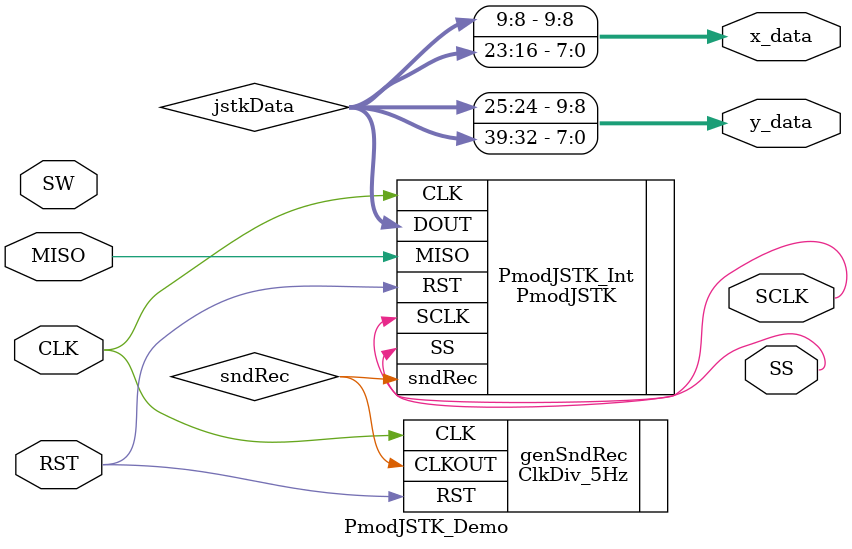
<source format=v>
`timescale 1ns / 1ps


// ============================================================================== 
// 										  Define Module
// ==============================================================================
module PmodJSTK_Demo(
    CLK,
    RST,
    MISO,
	 SW,
    SS,
    SCLK,
	 x_data,
	 y_data
    );

	// ===========================================================================
	// 										Port Declarations
	// ===========================================================================
			input CLK;					// 100Mhz onboard clock
			input RST;					// Button D
			input MISO;					// Master In Slave Out, Pin 3, Port JA
			input [0:0] SW;			// Switches 2, 1, and 0
			output SS;					// Slave Select, Pin 1, Port JA
			output SCLK;				// Serial Clock, Pin 4, Port JA
			output [9:0] x_data;
			output [9:0] y_data;

	// ===========================================================================
	// 							  Parameters, Regsiters, and Wires
	// ===========================================================================
			wire SCLK;					// Serial clock that controls communication

			// Signal to send/receive data to/from PmodJSTK
			wire sndRec;

			// Data read from PmodJSTK
			wire [39:0] jstkData;

			// Signal carrying output data that user selected
			wire [9:0] posData;

	// ===========================================================================
	// 										Implementation
	// ===========================================================================


			//-----------------------------------------------
			//  	  			PmodJSTK Interface
			//-----------------------------------------------
			PmodJSTK PmodJSTK_Int(
					.CLK(CLK),
					.RST(RST),
					.sndRec(sndRec),
					.MISO(MISO),
					.SS(SS),
					.SCLK(SCLK),
					.DOUT(jstkData)
			);
			
			

			//-----------------------------------------------
			//  			 Send Receive Generator
			//-----------------------------------------------
			ClkDiv_5Hz genSndRec(
					.CLK(CLK),
					.RST(RST),
					.CLKOUT(sndRec)
			);

			// store position of x
			assign x_data = {jstkData[9:8],jstkData[23:16]};
			
			// store position of y
			assign y_data = {jstkData[25:24],jstkData[39:32]};
endmodule
</source>
